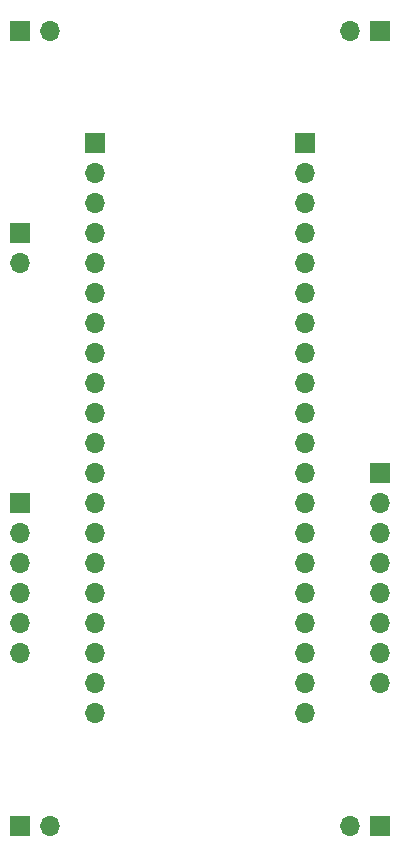
<source format=gbr>
%TF.GenerationSoftware,KiCad,Pcbnew,7.0.6-7.0.6~ubuntu22.04.1*%
%TF.CreationDate,2023-07-14T18:36:51-05:00*%
%TF.ProjectId,picodrone_controller,7069636f-6472-46f6-9e65-5f636f6e7472,rev?*%
%TF.SameCoordinates,Original*%
%TF.FileFunction,Soldermask,Bot*%
%TF.FilePolarity,Negative*%
%FSLAX46Y46*%
G04 Gerber Fmt 4.6, Leading zero omitted, Abs format (unit mm)*
G04 Created by KiCad (PCBNEW 7.0.6-7.0.6~ubuntu22.04.1) date 2023-07-14 18:36:51*
%MOMM*%
%LPD*%
G01*
G04 APERTURE LIST*
%ADD10R,1.700000X1.700000*%
%ADD11O,1.700000X1.700000*%
G04 APERTURE END LIST*
D10*
%TO.C,J9*%
X135255000Y-70485000D03*
D11*
X135255000Y-73025000D03*
%TD*%
D10*
%TO.C,J5*%
X135255000Y-53340000D03*
D11*
X137795000Y-53340000D03*
%TD*%
D10*
%TO.C,J6*%
X165735000Y-53340000D03*
D11*
X163195000Y-53340000D03*
%TD*%
D10*
%TO.C,J4*%
X135255000Y-93345000D03*
D11*
X135255000Y-95885000D03*
X135255000Y-98425000D03*
X135255000Y-100965000D03*
X135255000Y-103505000D03*
X135255000Y-106045000D03*
%TD*%
D10*
%TO.C,J1*%
X141605000Y-62865000D03*
D11*
X141605000Y-65405000D03*
X141605000Y-67945000D03*
X141605000Y-70485000D03*
X141605000Y-73025000D03*
X141605000Y-75565000D03*
X141605000Y-78105000D03*
X141605000Y-80645000D03*
X141605000Y-83185000D03*
X141605000Y-85725000D03*
X141605000Y-88265000D03*
X141605000Y-90805000D03*
X141605000Y-93345000D03*
X141605000Y-95885000D03*
X141605000Y-98425000D03*
X141605000Y-100965000D03*
X141605000Y-103505000D03*
X141605000Y-106045000D03*
X141605000Y-108585000D03*
X141605000Y-111125000D03*
%TD*%
D10*
%TO.C,J2*%
X159385000Y-62865000D03*
D11*
X159385000Y-65405000D03*
X159385000Y-67945000D03*
X159385000Y-70485000D03*
X159385000Y-73025000D03*
X159385000Y-75565000D03*
X159385000Y-78105000D03*
X159385000Y-80645000D03*
X159385000Y-83185000D03*
X159385000Y-85725000D03*
X159385000Y-88265000D03*
X159385000Y-90805000D03*
X159385000Y-93345000D03*
X159385000Y-95885000D03*
X159385000Y-98425000D03*
X159385000Y-100965000D03*
X159385000Y-103505000D03*
X159385000Y-106045000D03*
X159385000Y-108585000D03*
X159385000Y-111125000D03*
%TD*%
D10*
%TO.C,J3*%
X165735000Y-90805000D03*
D11*
X165735000Y-93345000D03*
X165735000Y-95885000D03*
X165735000Y-98425000D03*
X165735000Y-100965000D03*
X165735000Y-103505000D03*
X165735000Y-106045000D03*
X165735000Y-108585000D03*
%TD*%
D10*
%TO.C,J7*%
X165735000Y-120650000D03*
D11*
X163195000Y-120650000D03*
%TD*%
D10*
%TO.C,J8*%
X135255000Y-120650000D03*
D11*
X137795000Y-120650000D03*
%TD*%
M02*

</source>
